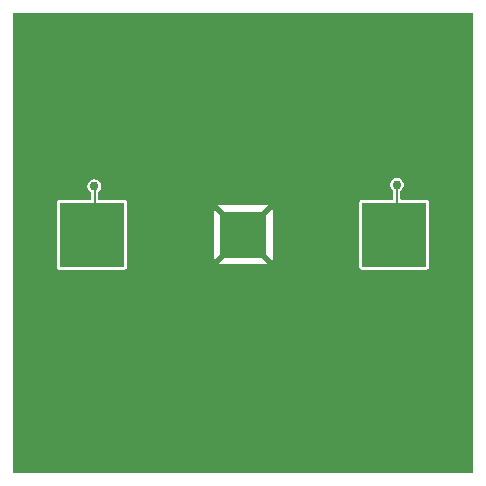
<source format=gbr>
%TF.GenerationSoftware,KiCad,Pcbnew,9.0.2-9.0.2-0~ubuntu22.04.1*%
%TF.CreationDate,2025-07-10T14:00:21-04:00*%
%TF.ProjectId,GettingToBlinky5.0,47657474-696e-4675-946f-426c696e6b79,rev?*%
%TF.SameCoordinates,Original*%
%TF.FileFunction,Copper,L2,Bot*%
%TF.FilePolarity,Positive*%
%FSLAX46Y46*%
G04 Gerber Fmt 4.6, Leading zero omitted, Abs format (unit mm)*
G04 Created by KiCad (PCBNEW 9.0.2-9.0.2-0~ubuntu22.04.1) date 2025-07-10 14:00:21*
%MOMM*%
%LPD*%
G01*
G04 APERTURE LIST*
%TA.AperFunction,SMDPad,CuDef*%
%ADD10R,5.500000X5.500000*%
%TD*%
%TA.AperFunction,SMDPad,CuDef*%
%ADD11R,4.000000X4.000000*%
%TD*%
%TA.AperFunction,ViaPad*%
%ADD12C,0.750000*%
%TD*%
%TA.AperFunction,Conductor*%
%ADD13C,0.200000*%
%TD*%
G04 APERTURE END LIST*
D10*
%TO.P,BT1,1,+*%
%TO.N,/Vdd*%
X153800000Y-111300000D03*
X128200000Y-111300000D03*
D11*
%TO.P,BT1,2,-*%
%TO.N,GND*%
X141000000Y-111300000D03*
%TD*%
D12*
%TO.N,GND*%
X134700000Y-120500000D03*
X138700000Y-107700000D03*
X134700000Y-107200000D03*
%TO.N,/Vdd*%
X154025000Y-107075000D03*
X128400000Y-107200000D03*
%TD*%
D13*
%TO.N,/Vdd*%
X154025000Y-111415000D02*
X154025000Y-107075000D01*
X128425000Y-111415000D02*
X128425000Y-107225000D01*
X128425000Y-107225000D02*
X128400000Y-107200000D01*
X154025000Y-107075000D02*
X154100000Y-107000000D01*
%TD*%
%TA.AperFunction,Conductor*%
%TO.N,GND*%
G36*
X160442539Y-92520185D02*
G01*
X160488294Y-92572989D01*
X160499500Y-92624500D01*
X160499500Y-131375500D01*
X160479815Y-131442539D01*
X160427011Y-131488294D01*
X160375500Y-131499500D01*
X121624500Y-131499500D01*
X121557461Y-131479815D01*
X121511706Y-131427011D01*
X121500500Y-131375500D01*
X121500500Y-108530247D01*
X125249500Y-108530247D01*
X125249500Y-114069752D01*
X125261131Y-114128229D01*
X125261132Y-114128230D01*
X125305447Y-114194552D01*
X125371769Y-114238867D01*
X125371770Y-114238868D01*
X125430247Y-114250499D01*
X125430250Y-114250500D01*
X125430252Y-114250500D01*
X130969750Y-114250500D01*
X130969751Y-114250499D01*
X130984568Y-114247552D01*
X131028229Y-114238868D01*
X131028229Y-114238867D01*
X131028231Y-114238867D01*
X131094552Y-114194552D01*
X131138867Y-114128231D01*
X131138867Y-114128229D01*
X131138868Y-114128229D01*
X131150499Y-114069752D01*
X131150500Y-114069750D01*
X131150500Y-113784720D01*
X138868829Y-113784720D01*
X138868829Y-113784722D01*
X138892622Y-113793597D01*
X138892623Y-113793598D01*
X138952155Y-113799999D01*
X138952172Y-113800000D01*
X143047828Y-113800000D01*
X143047844Y-113799999D01*
X143107372Y-113793598D01*
X143131169Y-113784721D01*
X141000000Y-111653552D01*
X138868829Y-113784720D01*
X131150500Y-113784720D01*
X131150500Y-109252155D01*
X138500000Y-109252155D01*
X138500000Y-113347844D01*
X138506401Y-113407375D01*
X138515277Y-113431170D01*
X140646448Y-111300000D01*
X140646448Y-111299999D01*
X141353552Y-111299999D01*
X141353552Y-111300000D01*
X143484721Y-113431169D01*
X143493598Y-113407372D01*
X143499999Y-113347844D01*
X143500000Y-113347827D01*
X143500000Y-109252172D01*
X143499999Y-109252155D01*
X143493598Y-109192623D01*
X143493597Y-109192622D01*
X143484722Y-109168829D01*
X143484720Y-109168829D01*
X141353552Y-111299999D01*
X140646448Y-111299999D01*
X138515278Y-109168829D01*
X138515277Y-109168829D01*
X138506402Y-109192623D01*
X138506401Y-109192627D01*
X138500000Y-109252155D01*
X131150500Y-109252155D01*
X131150500Y-108815277D01*
X138868829Y-108815277D01*
X141000000Y-110946448D01*
X141000001Y-110946448D01*
X143131170Y-108815277D01*
X143131170Y-108815276D01*
X143107375Y-108806401D01*
X143047844Y-108800000D01*
X138952155Y-108800000D01*
X138892627Y-108806401D01*
X138892623Y-108806402D01*
X138868829Y-108815277D01*
X131150500Y-108815277D01*
X131150500Y-108530249D01*
X131150499Y-108530247D01*
X150849500Y-108530247D01*
X150849500Y-114069752D01*
X150861131Y-114128229D01*
X150861132Y-114128230D01*
X150905447Y-114194552D01*
X150971769Y-114238867D01*
X150971770Y-114238868D01*
X151030247Y-114250499D01*
X151030250Y-114250500D01*
X151030252Y-114250500D01*
X156569750Y-114250500D01*
X156569751Y-114250499D01*
X156584568Y-114247552D01*
X156628229Y-114238868D01*
X156628229Y-114238867D01*
X156628231Y-114238867D01*
X156694552Y-114194552D01*
X156738867Y-114128231D01*
X156738867Y-114128229D01*
X156738868Y-114128229D01*
X156750499Y-114069752D01*
X156750500Y-114069750D01*
X156750500Y-108530249D01*
X156750499Y-108530247D01*
X156738868Y-108471770D01*
X156738867Y-108471769D01*
X156694552Y-108405447D01*
X156628230Y-108361132D01*
X156628229Y-108361131D01*
X156569752Y-108349500D01*
X156569748Y-108349500D01*
X154449500Y-108349500D01*
X154382461Y-108329815D01*
X154336706Y-108277011D01*
X154325500Y-108225500D01*
X154325500Y-107637229D01*
X154345185Y-107570190D01*
X154374016Y-107538852D01*
X154378360Y-107535517D01*
X154378365Y-107535515D01*
X154485515Y-107428365D01*
X154561281Y-107297135D01*
X154600500Y-107150766D01*
X154600500Y-106999234D01*
X154561281Y-106852865D01*
X154485515Y-106721635D01*
X154378365Y-106614485D01*
X154312750Y-106576602D01*
X154247136Y-106538719D01*
X154173950Y-106519109D01*
X154100766Y-106499500D01*
X153949234Y-106499500D01*
X153802863Y-106538719D01*
X153671635Y-106614485D01*
X153671632Y-106614487D01*
X153564487Y-106721632D01*
X153564485Y-106721635D01*
X153488719Y-106852863D01*
X153449500Y-106999234D01*
X153449500Y-107150765D01*
X153488719Y-107297136D01*
X153526602Y-107362750D01*
X153564485Y-107428365D01*
X153564487Y-107428367D01*
X153671635Y-107535515D01*
X153675984Y-107538852D01*
X153717188Y-107595279D01*
X153724500Y-107637229D01*
X153724500Y-108225500D01*
X153704815Y-108292539D01*
X153652011Y-108338294D01*
X153600500Y-108349500D01*
X151030247Y-108349500D01*
X150971770Y-108361131D01*
X150971769Y-108361132D01*
X150905447Y-108405447D01*
X150861132Y-108471769D01*
X150861131Y-108471770D01*
X150849500Y-108530247D01*
X131150499Y-108530247D01*
X131138868Y-108471770D01*
X131138867Y-108471769D01*
X131094552Y-108405447D01*
X131028230Y-108361132D01*
X131028229Y-108361131D01*
X130969752Y-108349500D01*
X130969748Y-108349500D01*
X128849500Y-108349500D01*
X128782461Y-108329815D01*
X128736706Y-108277011D01*
X128725500Y-108225500D01*
X128725500Y-107739742D01*
X128745185Y-107672703D01*
X128761819Y-107652061D01*
X128776651Y-107637229D01*
X128860515Y-107553365D01*
X128936281Y-107422135D01*
X128975500Y-107275766D01*
X128975500Y-107124234D01*
X128936281Y-106977865D01*
X128860515Y-106846635D01*
X128753365Y-106739485D01*
X128687750Y-106701602D01*
X128622136Y-106663719D01*
X128548950Y-106644109D01*
X128475766Y-106624500D01*
X128324234Y-106624500D01*
X128177863Y-106663719D01*
X128046635Y-106739485D01*
X128046632Y-106739487D01*
X127939487Y-106846632D01*
X127939485Y-106846635D01*
X127863719Y-106977863D01*
X127824500Y-107124234D01*
X127824500Y-107275765D01*
X127863719Y-107422136D01*
X127867317Y-107428367D01*
X127939485Y-107553365D01*
X128046635Y-107660515D01*
X128046636Y-107660516D01*
X128046638Y-107660517D01*
X128062496Y-107669672D01*
X128110714Y-107720237D01*
X128124500Y-107777061D01*
X128124500Y-108225500D01*
X128104815Y-108292539D01*
X128052011Y-108338294D01*
X128000500Y-108349500D01*
X125430247Y-108349500D01*
X125371770Y-108361131D01*
X125371769Y-108361132D01*
X125305447Y-108405447D01*
X125261132Y-108471769D01*
X125261131Y-108471770D01*
X125249500Y-108530247D01*
X121500500Y-108530247D01*
X121500500Y-92624500D01*
X121520185Y-92557461D01*
X121572989Y-92511706D01*
X121624500Y-92500500D01*
X160375500Y-92500500D01*
X160442539Y-92520185D01*
G37*
%TD.AperFunction*%
%TD*%
M02*

</source>
